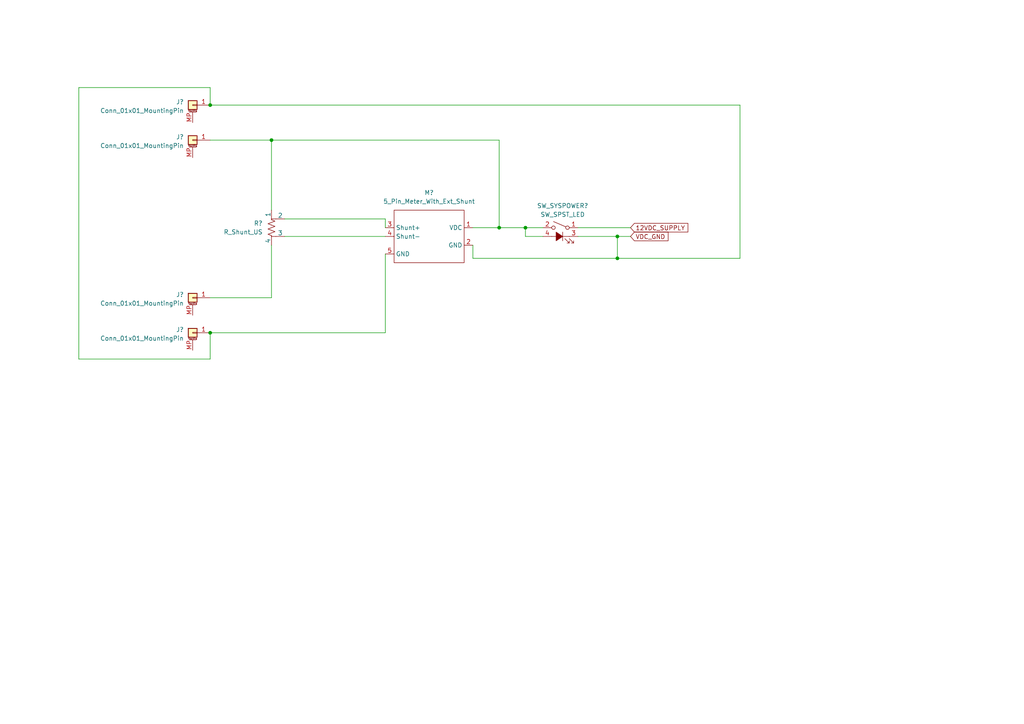
<source format=kicad_sch>
(kicad_sch (version 20211123) (generator eeschema)
  (paper "A4")
  (title_block (date "2022-05-20") (rev "0.0.0-draft") (company "eatmellc"))
  (lib_symbols
    (symbol "Connector_Generic_MountingPin:Conn_01x01_MountingPin" (pin_names (offset 1.016) hide)
      (property "Reference" "J" (at 0 2.54 0))
      (property "Value" "Conn_01x01_MountingPin" (at 1.27 -2.54 0))
      (symbol "Conn_01x01_MountingPin_1_1"
        (rectangle (start -1.27 0.127) (end 0 -0.127) (stroke (width 0.1524)))
        (rectangle (start -1.27 1.27) (end 1.27 -1.27) (stroke (width 0.254)) (fill (type background)))
        (polyline (pts (xy -1.016 -2.032) (xy 1.016 -2.032)) (stroke (width 0.1524)))
        (text "Mounting" (at 0 -1.651 0) (effects (font (size 0.381 0.381))))
        (pin passive line (at -5.08 0 0) (length 3.81) (name "Pin_1") (number "1"))
        (pin passive line (at 0 -5.08 90) (length 3.048) (name "MountPin") (number "MP"))
      )
    )
    (symbol "Device:R_Shunt_US" (pin_numbers hide) (pin_names (offset 0))
      (property "Reference" "R" (at -5.08 0 90))
      (property "Value" "R_Shunt_US" (at -3.048 0 90))
      (symbol "R_Shunt_US_1_1"
        (polyline (pts (xy 0 -2.54) (xy 1.27 -2.54)))
        (polyline (pts (xy 0 -2.286) (xy 0 -2.54)))
        (polyline (pts (xy 0 2.286) (xy 0 2.54)))
        (polyline (pts (xy 1.27 2.54) (xy 0 2.54)))
        (polyline (pts (xy 0 -0.762) (xy 1.016 -1.143) (xy 0 -1.524) (xy -1.016 -1.905) (xy 0 -2.286)))
        (polyline (pts (xy 0 0.762) (xy 1.016 0.381) (xy 0 0) (xy -1.016 -0.381) (xy 0 -0.762)))
        (polyline (pts (xy 0 2.286) (xy 1.016 1.905) (xy 0 1.524) (xy -1.016 1.143) (xy 0 0.762)))
        (pin passive line (at 0 5.08 270) (length 2.54) (name "1") (number "1"))
        (pin passive line (at 3.81 2.54 180) (length 2.54) (name "2") (number "2"))
        (pin passive line (at 3.81 -2.54 180) (length 2.54) (name "3") (number "3"))
        (pin passive line (at 0 -5.08 90) (length 2.54) (name "4") (number "4"))
      )
    )
    (symbol "Switch:SW_SPST_LED" (pin_names (offset 1.016) hide)
      (property "Reference" "SW" (at 0.635 5.715 0))
      (property "Value" "SW_SPST_LED" (at 0 -3.175 0))
      (symbol "SW_SPST_LED_0_0"
        (polyline (pts (xy -3.81 -1.905) (xy -2.54 -0.635)))
        (polyline (pts (xy -2.54 -1.905) (xy -1.27 -0.635)))
        (polyline (pts (xy -2.54 0) (xy 2.54 0)))
        (polyline (pts (xy -0.635 1.27) (xy -0.635 -1.27)))
        (polyline (pts (xy -3.81 -1.27) (xy -3.81 -1.905) (xy -3.175 -1.905)))
        (polyline (pts (xy -2.54 -1.27) (xy -2.54 -1.905) (xy -1.905 -1.905)))
        (polyline (pts (xy -0.635 0) (xy 1.27 1.27) (xy 1.27 -1.27) (xy -0.635 0)) (fill (type outline)))
      )
      (symbol "SW_SPST_LED_0_1"
        (circle (center -2.032 2.54) (radius 0.508))
        (polyline (pts (xy -1.524 2.794) (xy 2.032 4.318)))
        (circle (center 2.032 2.54) (radius 0.508))
        (pin passive line (at -5.08 2.54 0) (length 2.54) (name "1") (number "1"))
        (pin passive line (at 5.08 2.54 180) (length 2.54) (name "2") (number "2"))
        (pin passive line (at -5.08 0 0) (length 2.54) (name "K") (number "3"))
        (pin passive line (at 5.08 0 180) (length 2.54) (name "A") (number "4"))
      )
    )
    (symbol "bvm-library:5_Pin_Meter_With_Ext_Shunt"
      (property "Reference" "M" (at 5.08 12.7 0))
      (property "Value" "5_Pin_Meter_With_Ext_Shunt" (at 5.08 -7.62 0))
      (symbol "5_Pin_Meter_With_Ext_Shunt_0_1"
        (rectangle (start -5.08 2.54) (end -5.08 2.54))
        (rectangle (start -5.08 2.54) (end -5.08 2.54))
        (rectangle (start -5.08 10.16) (end 15.24 -5.08))
      )
      (symbol "5_Pin_Meter_With_Ext_Shunt_1_1"
        (pin power_in line (at 17.78 5.08 180) (length 2.54) (name "VDC") (number "1"))
        (pin power_out line (at 17.78 0 180) (length 2.54) (name "GND") (number "2"))
        (pin output line (at -7.62 5.08 0) (length 2.54) (name "Shunt+") (number "3"))
        (pin input line (at -7.62 2.54 0) (length 2.54) (name "Shunt-") (number "4"))
        (pin input line (at -7.62 -2.54 0) (length 2.54) (name "GND") (number "5"))
      )
    )
  )
  (junction (at 179.07 74.93))
  (junction (at 60.96 96.52))
  (junction (at 60.96 30.48))
  (junction (at 152.4 66.04))
  (junction (at 78.74 40.64))
  (junction (at 144.78 66.04))
  (junction (at 179.07 68.58))
  (wire (pts (xy 144.78 40.64) (xy 144.78 66.04)))
  (wire (pts (xy 179.07 74.93) (xy 137.16 74.93)))
  (wire (pts (xy 22.86 25.4) (xy 22.86 104.14)))
  (wire (pts (xy 60.96 30.48) (xy 60.96 25.4)))
  (wire (pts (xy 214.63 30.48) (xy 214.63 74.93)))
  (wire (pts (xy 78.74 71.12) (xy 78.74 86.36)))
  (wire (pts (xy 78.74 40.64) (xy 144.78 40.64)))
  (wire (pts (xy 60.96 30.48) (xy 214.63 30.48)))
  (wire (pts (xy 111.76 96.52) (xy 60.96 96.52)))
  (wire (pts (xy 157.48 66.04) (xy 152.4 66.04)))
  (wire (pts (xy 144.78 66.04) (xy 137.16 66.04)))
  (wire (pts (xy 111.76 63.5) (xy 111.76 66.04)))
  (wire (pts (xy 167.64 68.58) (xy 179.07 68.58)))
  (wire (pts (xy 167.64 66.04) (xy 182.88 66.04)))
  (wire (pts (xy 60.96 40.64) (xy 78.74 40.64)))
  (wire (pts (xy 78.74 86.36) (xy 60.96 86.36)))
  (wire (pts (xy 152.4 66.04) (xy 144.78 66.04)))
  (wire (pts (xy 82.55 68.58) (xy 111.76 68.58)))
  (wire (pts (xy 179.07 68.58) (xy 182.88 68.58)))
  (wire (pts (xy 152.4 66.04) (xy 152.4 68.58)))
  (wire (pts (xy 152.4 68.58) (xy 157.48 68.58)))
  (wire (pts (xy 60.96 25.4) (xy 22.86 25.4)))
  (wire (pts (xy 82.55 63.5) (xy 111.76 63.5)))
  (wire (pts (xy 137.16 71.12) (xy 137.16 74.93)))
  (wire (pts (xy 111.76 73.66) (xy 111.76 96.52)))
  (wire (pts (xy 78.74 40.64) (xy 78.74 60.96)))
  (wire (pts (xy 179.07 68.58) (xy 179.07 74.93)))
  (wire (pts (xy 22.86 104.14) (xy 60.96 104.14)))
  (wire (pts (xy 214.63 74.93) (xy 179.07 74.93)))
  (wire (pts (xy 60.96 104.14) (xy 60.96 96.52)))
  (global_label "VDC_GND" (shape input) (at 182.88 68.58 0) (property "Intersheet References" "${INTERSHEET_REFS}" (at 193.7598 68.5006 0) (effects (justify left))))
  (global_label "12VDC_SUPPLY" (shape input) (at 182.88 66.04 0) (property "Intersheet References" "${INTERSHEET_REFS}" (at 199.505 65.9606 0) (effects (justify left))))
  (symbol (lib_id "Connector_Generic_MountingPin:Conn_01x01_MountingPin") (at 55.88 30.48 0) (mirror y) (unit 1)
    (property "Reference" "J?" (at 53.34 29.5655 0) (effects (justify left)))
    (property "Value" "Conn_01x01_MountingPin" (at 53.34 32.1055 0) (effects (justify left)))
  )
  (symbol (lib_id "Connector_Generic_MountingPin:Conn_01x01_MountingPin") (at 55.88 96.52 0) (mirror y) (unit 1)
    (property "Reference" "J?" (at 53.34 95.6055 0) (effects (justify left)))
    (property "Value" "Conn_01x01_MountingPin" (at 53.34 98.1455 0) (effects (justify left)))
  )
  (symbol (lib_id "Switch:SW_SPST_LED") (at 162.56 68.58 0) (mirror y) (unit 1)
    (property "Reference" "SW_SYSPOWER?" (at 163.195 59.69 0))
    (property "Value" "SW_SPST_LED" (at 163.195 62.23 0))
  )
  (symbol (lib_id "Device:R_Shunt_US") (at 78.74 66.04 0) (unit 1)
    (property "Reference" "R?" (at 76.2 64.7699 0) (effects (justify right)))
    (property "Value" "R_Shunt_US" (at 76.2 67.3099 0) (effects (justify right)))
  )
  (symbol (lib_id "Connector_Generic_MountingPin:Conn_01x01_MountingPin") (at 55.88 40.64 0) (mirror y) (unit 1)
    (property "Reference" "J?" (at 53.34 39.7255 0) (effects (justify left)))
    (property "Value" "Conn_01x01_MountingPin" (at 53.34 42.2655 0) (effects (justify left)))
  )
  (symbol (lib_id "bvm-library:5_Pin_Meter_With_Ext_Shunt") (at 119.38 71.12 0) (unit 1)
    (property "Reference" "M?" (at 124.46 55.88 0))
    (property "Value" "5_Pin_Meter_With_Ext_Shunt" (at 124.46 58.42 0))
  )
  (symbol (lib_id "Connector_Generic_MountingPin:Conn_01x01_MountingPin") (at 55.88 86.36 0) (mirror y) (unit 1)
    (property "Reference" "J?" (at 53.34 85.4455 0) (effects (justify left)))
    (property "Value" "Conn_01x01_MountingPin" (at 53.34 87.9855 0) (effects (justify left)))
  )
)
</source>
